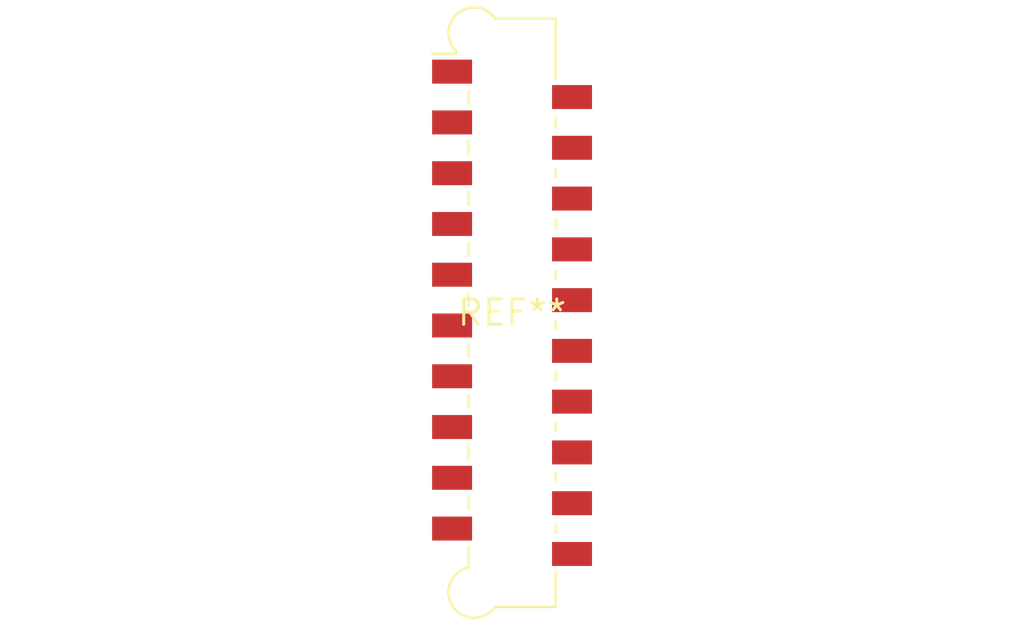
<source format=kicad_pcb>
(kicad_pcb (version 20240108) (generator pcbnew)
  (layers (0 "F.Cu" signal) (31 "B.Cu" signal) (34 "B.Paste" user) (35 "F.Paste" user) (36 "B.SilkS" user "B.Silkscreen") (37 "F.SilkS" user "F.Silkscreen") (38 "B.Mask" user) (39 "F.Mask" user) (44 "Edge.Cuts" user))
  (net 0 "")
  (footprint "Molex_Picoflex_90814-0020_2x10_P1.27mm_Vertical" (layer "F.Cu") (at 0 0)
    (property "Reference" "REF**")
    (property "Value" "Molex_Picoflex_90814-0020_2x10_P1.27mm_Vertical")
    (fp_line (start -2.81 -13.09) (end -2.81 -12.96) (layer "F.SilkS") (stroke (width 0.12)))
    (fp_line (start -2.81 -12.96) (end -4 -12.96) (layer "F.SilkS") (stroke (width 0.12)))
    (fp_line (start -2.18 -10.46) (end -2.18 -11.13) (layer "F.SilkS") (stroke (width 0.12)))
    (fp_line (start -2.18 -7.93) (end -2.18 -8.59) (layer "F.SilkS") (stroke (width 0.12)))
    (fp_line (start -2.18 -5.39) (end -2.18 -6.05) (layer "F.SilkS") (stroke (width 0.12)))
    (fp_line (start -2.18 -2.85) (end -2.18 -3.51) (layer "F.SilkS") (stroke (width 0.12)))
    (fp_line (start -2.18 -0.31) (end -2.18 -0.97) (layer "F.SilkS") (stroke (width 0.12)))
    (fp_line (start -2.18 2.23) (end -2.18 1.57) (layer "F.SilkS") (stroke (width 0.12)))
    (fp_line (start -2.18 4.77) (end -2.18 4.11) (layer "F.SilkS") (stroke (width 0.12)))
    (fp_line (start -2.18 7.31) (end -2.18 6.65) (layer "F.SilkS") (stroke (width 0.12)))
    (fp_line (start -2.18 9.79) (end -2.18 9.25) (layer "F.SilkS") (stroke (width 0.12)))
    (fp_line (start -2.18 12.74) (end -2.18 11.7) (layer "F.SilkS") (stroke (width 0.12)))
    (fp_line (start 2.18 -14.72) (end -0.82 -14.72) (layer "F.SilkS") (stroke (width 0.12)))
    (fp_line (start 2.18 -14.72) (end 2.18 -11.7) (layer "F.SilkS") (stroke (width 0.12)))
    (fp_line (start 2.18 -9.79) (end 2.18 -9.25) (layer "F.SilkS") (stroke (width 0.12)))
    (fp_line (start 2.18 -7.2) (end 2.18 -6.77) (layer "F.SilkS") (stroke (width 0.12)))
    (fp_line (start 2.18 -4.66) (end 2.18 -4.23) (layer "F.SilkS") (stroke (width 0.12)))
    (fp_line (start 2.18 -2.11) (end 2.18 -1.69) (layer "F.SilkS") (stroke (width 0.12)))
    (fp_line (start 2.18 0.43) (end 2.18 0.85) (layer "F.SilkS") (stroke (width 0.12)))
    (fp_line (start 2.18 2.97) (end 2.18 3.39) (layer "F.SilkS") (stroke (width 0.12)))
    (fp_line (start 2.18 5.5) (end 2.18 5.93) (layer "F.SilkS") (stroke (width 0.12)))
    (fp_line (start 2.18 8.04) (end 2.18 8.47) (layer "F.SilkS") (stroke (width 0.12)))
    (fp_line (start 2.18 10.59) (end 2.18 11.01) (layer "F.SilkS") (stroke (width 0.12)))
    (fp_line (start 2.18 12.96) (end 2.18 14.72) (layer "F.SilkS") (stroke (width 0.12)))
    (fp_line (start 2.18 14.72) (end -0.85 14.72) (layer "F.SilkS") (stroke (width 0.12)))
    (fp_arc (start -2.81 -13.09) (mid -2.708637 -14.982072) (end -0.834991 -14.699828) (layer "F.SilkS") (stroke (width 0.12)))
    (fp_arc (start -0.85 14.72) (mid -2.962791 14.701248) (end -2.174424 12.740964) (layer "F.SilkS") (stroke (width 0.12)))
    (pad "" np_thru_hole circle (at -1.9 -13.99) (size 1.9 1.9) (drill 1.9) (layers *.Cu *.Mask))
    (pad "" np_thru_hole circle (at -1.9 13.99) (size 1.9 1.9) (drill 1.9) (layers *.Cu *.Mask))
    (pad "1" smd rect (at -3 -12.06) (size 2 1.2) (layers "F.Cu" "F.Paste" "F.Mask"))
    (pad "2" smd rect (at 3 -10.79) (size 2 1.2) (layers "F.Cu" "F.Paste" "F.Mask"))
    (pad "3" smd rect (at -3 -9.52) (size 2 1.2) (layers "F.Cu" "F.Paste" "F.Mask"))
    (pad "4" smd rect (at 3 -8.25) (size 2 1.2) (layers "F.Cu" "F.Paste" "F.Mask"))
    (pad "5" smd rect (at -3 -6.98) (size 2 1.2) (layers "F.Cu" "F.Paste" "F.Mask"))
    (pad "6" smd rect (at 3 -5.71) (size 2 1.2) (layers "F.Cu" "F.Paste" "F.Mask"))
    (pad "7" smd rect (at -3 -4.44) (size 2 1.2) (layers "F.Cu" "F.Paste" "F.Mask"))
    (pad "8" smd rect (at 3 -3.17) (size 2 1.2) (layers "F.Cu" "F.Paste" "F.Mask"))
    (pad "9" smd rect (at -3 -1.9) (size 2 1.2) (layers "F.Cu" "F.Paste" "F.Mask"))
    (pad "10" smd rect (at 3 -0.63) (size 2 1.2) (layers "F.Cu" "F.Paste" "F.Mask"))
    (pad "11" smd rect (at -3 0.64) (size 2 1.2) (layers "F.Cu" "F.Paste" "F.Mask"))
    (pad "12" smd rect (at 3 1.91) (size 2 1.2) (layers "F.Cu" "F.Paste" "F.Mask"))
    (pad "13" smd rect (at -3 3.18) (size 2 1.2) (layers "F.Cu" "F.Paste" "F.Mask"))
    (pad "14" smd rect (at 3 4.45) (size 2 1.2) (layers "F.Cu" "F.Paste" "F.Mask"))
    (pad "15" smd rect (at -3 5.72) (size 2 1.2) (layers "F.Cu" "F.Paste" "F.Mask"))
    (pad "16" smd rect (at 3 6.99) (size 2 1.2) (layers "F.Cu" "F.Paste" "F.Mask"))
    (pad "17" smd rect (at -3 8.26) (size 2 1.2) (layers "F.Cu" "F.Paste" "F.Mask"))
    (pad "18" smd rect (at 3 9.53) (size 2 1.2) (layers "F.Cu" "F.Paste" "F.Mask"))
    (pad "19" smd rect (at -3 10.8) (size 2 1.2) (layers "F.Cu" "F.Paste" "F.Mask"))
    (pad "20" smd rect (at 3 12.07) (size 2 1.2) (layers "F.Cu" "F.Paste" "F.Mask"))
  )
)
</source>
